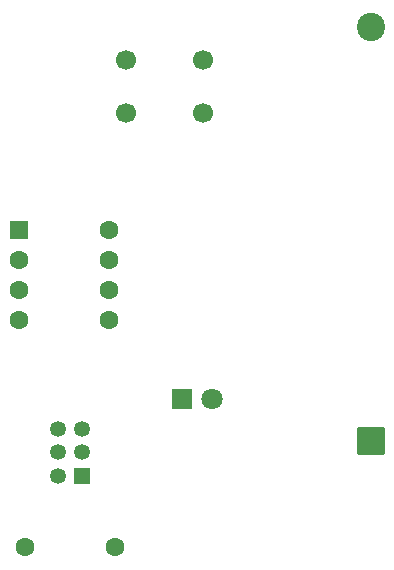
<source format=gbr>
%TF.GenerationSoftware,KiCad,Pcbnew,9.0.7*%
%TF.CreationDate,2026-01-29T18:01:25+02:00*%
%TF.ProjectId,Fab_Lab_Again,4661625f-4c61-4625-9f41-6761696e2e6b,rev?*%
%TF.SameCoordinates,Original*%
%TF.FileFunction,Copper,L2,Bot*%
%TF.FilePolarity,Positive*%
%FSLAX46Y46*%
G04 Gerber Fmt 4.6, Leading zero omitted, Abs format (unit mm)*
G04 Created by KiCad (PCBNEW 9.0.7) date 2026-01-29 18:01:25*
%MOMM*%
%LPD*%
G01*
G04 APERTURE LIST*
G04 Aperture macros list*
%AMRoundRect*
0 Rectangle with rounded corners*
0 $1 Rounding radius*
0 $2 $3 $4 $5 $6 $7 $8 $9 X,Y pos of 4 corners*
0 Add a 4 corners polygon primitive as box body*
4,1,4,$2,$3,$4,$5,$6,$7,$8,$9,$2,$3,0*
0 Add four circle primitives for the rounded corners*
1,1,$1+$1,$2,$3*
1,1,$1+$1,$4,$5*
1,1,$1+$1,$6,$7*
1,1,$1+$1,$8,$9*
0 Add four rect primitives between the rounded corners*
20,1,$1+$1,$2,$3,$4,$5,0*
20,1,$1+$1,$4,$5,$6,$7,0*
20,1,$1+$1,$6,$7,$8,$9,0*
20,1,$1+$1,$8,$9,$2,$3,0*%
G04 Aperture macros list end*
%TA.AperFunction,ComponentPad*%
%ADD10C,1.700000*%
%TD*%
%TA.AperFunction,ComponentPad*%
%ADD11C,1.600000*%
%TD*%
%TA.AperFunction,ComponentPad*%
%ADD12RoundRect,0.250000X-0.550000X-0.550000X0.550000X-0.550000X0.550000X0.550000X-0.550000X0.550000X0*%
%TD*%
%TA.AperFunction,ComponentPad*%
%ADD13C,2.400000*%
%TD*%
%TA.AperFunction,ComponentPad*%
%ADD14RoundRect,0.250001X0.949999X-0.949999X0.949999X0.949999X-0.949999X0.949999X-0.949999X-0.949999X0*%
%TD*%
%TA.AperFunction,ComponentPad*%
%ADD15R,1.350000X1.350000*%
%TD*%
%TA.AperFunction,ComponentPad*%
%ADD16C,1.350000*%
%TD*%
%TA.AperFunction,ComponentPad*%
%ADD17R,1.800000X1.800000*%
%TD*%
%TA.AperFunction,ComponentPad*%
%ADD18C,1.800000*%
%TD*%
G04 APERTURE END LIST*
D10*
%TO.P,SW1,2,2*%
%TO.N,GND*%
X50250000Y54750000D03*
X43750000Y54750000D03*
%TO.P,SW1,1,1*%
%TO.N,Net-(U1-PB2)*%
X50250000Y59250000D03*
X43750000Y59250000D03*
%TD*%
D11*
%TO.P,U1,8,VCC*%
%TO.N,5V*%
X42315000Y44810000D03*
%TO.P,U1,7,PB2*%
%TO.N,Net-(U1-PB2)*%
X42315000Y42270000D03*
%TO.P,U1,6,PB1*%
%TO.N,Net-(J1-SCK)*%
X42315000Y39730000D03*
%TO.P,U1,5,AREF/PB0*%
%TO.N,Net-(D1-A)*%
X42315000Y37190000D03*
%TO.P,U1,4,GND*%
%TO.N,GND*%
X34695000Y37190000D03*
%TO.P,U1,3,XTAL2/PB4*%
%TO.N,Net-(J1-MISO)*%
X34695000Y39730000D03*
%TO.P,U1,2,XTAL1/PB3*%
%TO.N,Net-(J1-MOSI)*%
X34695000Y42270000D03*
D12*
%TO.P,U1,1,~{RESET}/PB5*%
%TO.N,Net-(J1-~{RST})*%
X34695000Y44810000D03*
%TD*%
D13*
%TO.P,C1,2*%
%TO.N,GND*%
X64500000Y62000000D03*
D14*
%TO.P,C1,1*%
%TO.N,5V*%
X64500000Y27000000D03*
%TD*%
D11*
%TO.P,R2,1*%
%TO.N,Net-(D1-K)*%
X42810000Y18000000D03*
%TO.P,R2,2*%
%TO.N,GND*%
X35190000Y18000000D03*
%TD*%
D15*
%TO.P,J1,1,MISO*%
%TO.N,Net-(J1-MISO)*%
X40000000Y24000000D03*
D16*
%TO.P,J1,2,VCC*%
%TO.N,5V*%
X38000000Y24000000D03*
%TO.P,J1,3,SCK*%
%TO.N,Net-(J1-SCK)*%
X40000000Y26000000D03*
%TO.P,J1,4,MOSI*%
%TO.N,Net-(J1-MOSI)*%
X38000000Y26000000D03*
%TO.P,J1,5,~{RST}*%
%TO.N,Net-(J1-~{RST})*%
X40000000Y28000000D03*
%TO.P,J1,6,GND*%
%TO.N,GND*%
X38000000Y28000000D03*
%TD*%
D17*
%TO.P,D1,1,K*%
%TO.N,Net-(D1-K)*%
X48500000Y30500000D03*
D18*
%TO.P,D1,2,A*%
%TO.N,Net-(D1-A)*%
X51040000Y30500000D03*
%TD*%
M02*

</source>
